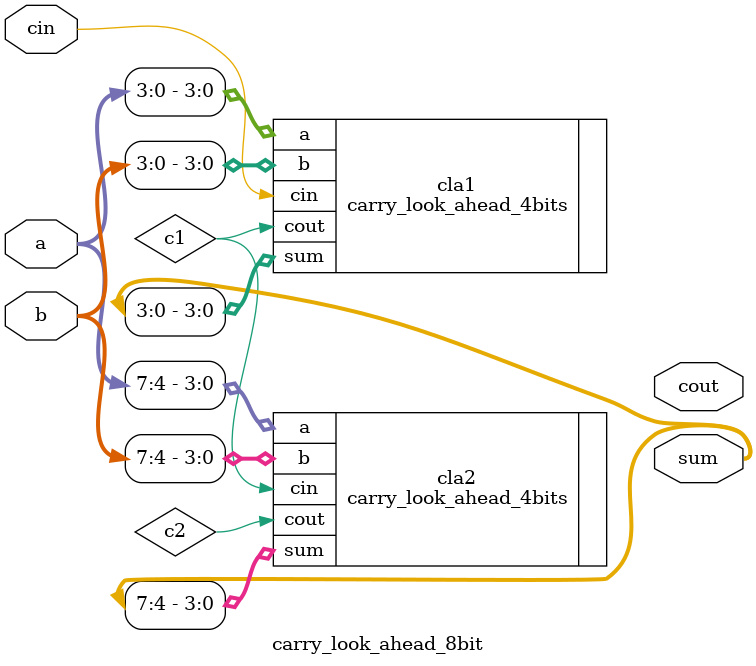
<source format=v>
`include "cla_4bit1.v"
module carry_look_ahead_8bit(a,b, cin, sum,cout);
input [7:0] a,b;
input cin;
output [7:0] sum;
output cout;
wire c1,c2,c3;
 
carry_look_ahead_4bits cla1 (.a(a[3:0]), .b(b[3:0]), .cin(cin), .sum(sum[3:0]), .cout(c1));
carry_look_ahead_4bits cla2 (.a(a[7:4]), .b(b[7:4]), .cin(c1), .sum(sum[7:4]), .cout(c2));

endmodule
 

</source>
